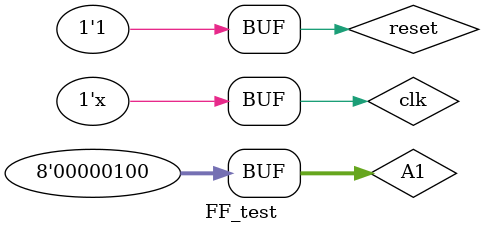
<source format=v>



`timescale 1ns/10ps
module FF_test;

	reg clk, reset;

    reg [8-1:0] A1;
    wire [8-1:0] A2, A3, A4, A5, A6;
    reg [8-1:0] B2, B3, B4, B5, B6;
    reg [8-1:0] C2, C3, C4, C5, C6;

    D_FF8 FF0 (A1, A2, clk, reset);
    D_FF8 FF1 (A2, A3, clk, reset);
    D_FF8 FF2 (A3, A4, clk, reset);
    D_FF8 FF3 (A4, A5, clk, reset);
    D_FF8 FF4 (A5, A6, clk, reset);

	
	initial
	begin
		clk = 1;
		reset = 0;
		
		#12
		reset = 1;
        #8
        A1 = 8'd4;

	end
	
	always #5 clk = ~clk;

    always @ (posedge clk) begin
        B2 <= A1;
        B3 <= B2;
        B4 <= B3;
        B5 <= B4;
        B6 <= B5;
    end

    always @ (posedge clk) begin
        C2 <= A1;
    end

    always @ (posedge clk) begin
        C3 <= C2;
    end

    always @ (posedge clk) begin
        C4 <= C3;
    end

    always @ (posedge clk) begin
        C5 <= C4;
    end

    always @ (posedge clk) begin
        C6 <= C5;
    end


endmodule

</source>
